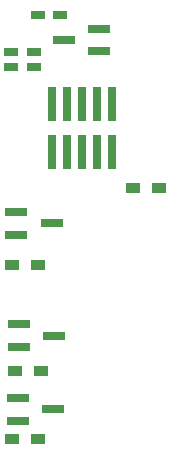
<source format=gbr>
G04 #@! TF.GenerationSoftware,KiCad,Pcbnew,(5.1.4)-1*
G04 #@! TF.CreationDate,2019-09-13T20:49:43-04:00*
G04 #@! TF.ProjectId,i2c-moist-sensor,6932632d-6d6f-4697-9374-2d73656e736f,rev?*
G04 #@! TF.SameCoordinates,Original*
G04 #@! TF.FileFunction,Paste,Bot*
G04 #@! TF.FilePolarity,Positive*
%FSLAX46Y46*%
G04 Gerber Fmt 4.6, Leading zero omitted, Abs format (unit mm)*
G04 Created by KiCad (PCBNEW (5.1.4)-1) date 2019-09-13 20:49:43*
%MOMM*%
%LPD*%
G04 APERTURE LIST*
%ADD10R,0.794000X2.994000*%
%ADD11R,1.194000X0.894000*%
%ADD12R,1.194000X0.744000*%
%ADD13R,1.894000X0.794000*%
G04 APERTURE END LIST*
D10*
X59810000Y-39464000D03*
X54730000Y-35400000D03*
X59810000Y-35400000D03*
X54730000Y-39464000D03*
X58540000Y-39464000D03*
X56000000Y-35400000D03*
X58540000Y-35400000D03*
X56000000Y-39464000D03*
X57270000Y-39464000D03*
X57270000Y-35400000D03*
D11*
X51650000Y-58000000D03*
X53850000Y-58000000D03*
X51400000Y-63750000D03*
X53600000Y-63750000D03*
X53600000Y-49000000D03*
X51400000Y-49000000D03*
X61650000Y-42500000D03*
X63850000Y-42500000D03*
D12*
X51300000Y-32250000D03*
X53200000Y-32250000D03*
X51300000Y-31000000D03*
X53200000Y-31000000D03*
X53550000Y-27900000D03*
X55450000Y-27900000D03*
D13*
X58750000Y-29050000D03*
X58750000Y-30950000D03*
X55750000Y-30000000D03*
X54750000Y-45500000D03*
X51750000Y-44550000D03*
X51750000Y-46450000D03*
X54873200Y-61250000D03*
X51873200Y-60300000D03*
X51873200Y-62200000D03*
X51929080Y-55950000D03*
X51929080Y-54050000D03*
X54929080Y-55000000D03*
M02*

</source>
